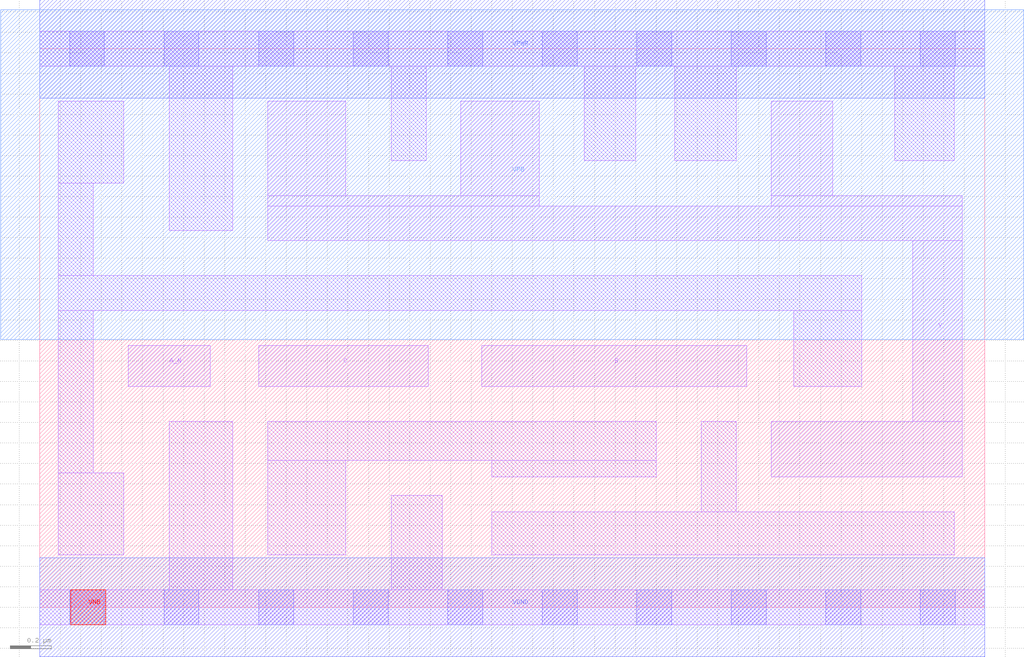
<source format=lef>
# Copyright 2020 The SkyWater PDK Authors
#
# Licensed under the Apache License, Version 2.0 (the "License");
# you may not use this file except in compliance with the License.
# You may obtain a copy of the License at
#
#     https://www.apache.org/licenses/LICENSE-2.0
#
# Unless required by applicable law or agreed to in writing, software
# distributed under the License is distributed on an "AS IS" BASIS,
# WITHOUT WARRANTIES OR CONDITIONS OF ANY KIND, either express or implied.
# See the License for the specific language governing permissions and
# limitations under the License.
#
# SPDX-License-Identifier: Apache-2.0

VERSION 5.7 ;
  NOWIREEXTENSIONATPIN ON ;
  DIVIDERCHAR "/" ;
  BUSBITCHARS "[]" ;
PROPERTYDEFINITIONS
  MACRO maskLayoutSubType STRING ;
  MACRO prCellType STRING ;
  MACRO originalViewName STRING ;
END PROPERTYDEFINITIONS
MACRO sky130_fd_sc_hdll__nand3b_2
  CLASS CORE ;
  FOREIGN sky130_fd_sc_hdll__nand3b_2 ;
  ORIGIN  0.000000  0.000000 ;
  SIZE  4.600000 BY  2.720000 ;
  SYMMETRY X Y R90 ;
  SITE unithd ;
  PIN A_N
    ANTENNAGATEAREA  0.138600 ;
    DIRECTION INPUT ;
    USE SIGNAL ;
    PORT
      LAYER li1 ;
        RECT 0.430000 1.075000 0.830000 1.275000 ;
    END
  END A_N
  PIN B
    ANTENNAGATEAREA  0.555000 ;
    DIRECTION INPUT ;
    USE SIGNAL ;
    PORT
      LAYER li1 ;
        RECT 2.150000 1.075000 3.440000 1.275000 ;
    END
  END B
  PIN C
    ANTENNAGATEAREA  0.555000 ;
    DIRECTION INPUT ;
    USE SIGNAL ;
    PORT
      LAYER li1 ;
        RECT 1.065000 1.075000 1.890000 1.275000 ;
    END
  END C
  PIN VNB
    PORT
      LAYER pwell ;
        RECT 0.150000 -0.085000 0.320000 0.085000 ;
    END
  END VNB
  PIN VPB
    PORT
      LAYER nwell ;
        RECT -0.190000 1.305000 4.790000 2.910000 ;
    END
  END VPB
  PIN Y
    ANTENNADIFFAREA  1.110500 ;
    DIRECTION OUTPUT ;
    USE SIGNAL ;
    PORT
      LAYER li1 ;
        RECT 1.110000 1.785000 4.490000 1.955000 ;
        RECT 1.110000 1.955000 2.430000 2.005000 ;
        RECT 1.110000 2.005000 1.490000 2.465000 ;
        RECT 2.050000 2.005000 2.430000 2.465000 ;
        RECT 3.560000 0.635000 4.490000 0.905000 ;
        RECT 3.560000 1.955000 4.490000 2.005000 ;
        RECT 3.560000 2.005000 3.860000 2.465000 ;
        RECT 4.250000 0.905000 4.490000 1.785000 ;
    END
  END Y
  PIN VGND
    DIRECTION INOUT ;
    USE GROUND ;
    PORT
      LAYER met1 ;
        RECT 0.000000 -0.240000 4.600000 0.240000 ;
    END
  END VGND
  PIN VPWR
    DIRECTION INOUT ;
    USE POWER ;
    PORT
      LAYER met1 ;
        RECT 0.000000 2.480000 4.600000 2.960000 ;
    END
  END VPWR
  OBS
    LAYER li1 ;
      RECT 0.000000 -0.085000 4.600000 0.085000 ;
      RECT 0.000000  2.635000 4.600000 2.805000 ;
      RECT 0.090000  0.255000 0.410000 0.655000 ;
      RECT 0.090000  0.655000 0.260000 1.445000 ;
      RECT 0.090000  1.445000 4.000000 1.615000 ;
      RECT 0.090000  1.615000 0.260000 2.065000 ;
      RECT 0.090000  2.065000 0.410000 2.465000 ;
      RECT 0.630000  0.085000 0.940000 0.905000 ;
      RECT 0.630000  1.835000 0.940000 2.635000 ;
      RECT 1.110000  0.255000 1.490000 0.715000 ;
      RECT 1.110000  0.715000 3.000000 0.905000 ;
      RECT 1.710000  0.085000 1.960000 0.545000 ;
      RECT 1.710000  2.175000 1.880000 2.635000 ;
      RECT 2.200000  0.255000 4.450000 0.465000 ;
      RECT 2.200000  0.635000 3.000000 0.715000 ;
      RECT 2.650000  2.175000 2.900000 2.635000 ;
      RECT 3.090000  2.175000 3.390000 2.635000 ;
      RECT 3.220000  0.465000 3.390000 0.905000 ;
      RECT 3.670000  1.075000 4.000000 1.445000 ;
      RECT 4.160000  2.175000 4.450000 2.635000 ;
    LAYER mcon ;
      RECT 0.145000 -0.085000 0.315000 0.085000 ;
      RECT 0.145000  2.635000 0.315000 2.805000 ;
      RECT 0.605000 -0.085000 0.775000 0.085000 ;
      RECT 0.605000  2.635000 0.775000 2.805000 ;
      RECT 1.065000 -0.085000 1.235000 0.085000 ;
      RECT 1.065000  2.635000 1.235000 2.805000 ;
      RECT 1.525000 -0.085000 1.695000 0.085000 ;
      RECT 1.525000  2.635000 1.695000 2.805000 ;
      RECT 1.985000 -0.085000 2.155000 0.085000 ;
      RECT 1.985000  2.635000 2.155000 2.805000 ;
      RECT 2.445000 -0.085000 2.615000 0.085000 ;
      RECT 2.445000  2.635000 2.615000 2.805000 ;
      RECT 2.905000 -0.085000 3.075000 0.085000 ;
      RECT 2.905000  2.635000 3.075000 2.805000 ;
      RECT 3.365000 -0.085000 3.535000 0.085000 ;
      RECT 3.365000  2.635000 3.535000 2.805000 ;
      RECT 3.825000 -0.085000 3.995000 0.085000 ;
      RECT 3.825000  2.635000 3.995000 2.805000 ;
      RECT 4.285000 -0.085000 4.455000 0.085000 ;
      RECT 4.285000  2.635000 4.455000 2.805000 ;
  END
  PROPERTY maskLayoutSubType "abstract" ;
  PROPERTY prCellType "standard" ;
  PROPERTY originalViewName "layout" ;
END sky130_fd_sc_hdll__nand3b_2
END LIBRARY

</source>
